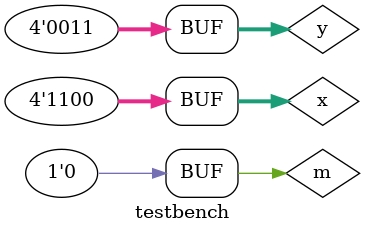
<source format=v>
module DECODER(d0,d1,d2,d3,d4,d5,d6,d7,x,y,z);
input x,y,z;
output d0,d1,d2,d3,d4,d5,d6,d7;
wire x0,y0,z0;
not n1(x0,x);
not n2(y0,y);
not n3(z0,z);
and a0(d0,x0,y0,z0);
and a1(d1,x0,y0,z);
and a2(d2,x0,y,z0);
and a3(d3,x0,y,z);
and a4(d4,x,y0,z0);
and a5(d5,x,y0,z);
and a6(d6,x,y,z0);
and a7(d7,x,y,z);
endmodule

module FADDER(s,c,x,y,z);
    input x,y,z;
    wire d0,d1,d2,d3,d4,d5,d6,d7;
    output s,c;
    DECODER dec(d0,d1,d2,d3,d4,d5,d6,d7,x,y,z);
    assign s= d1 | d2 | d4 | d7,
    c = d3 | d5 | d6 | d7;
endmodule

module addsub(a,b,m,s,v);
    input [3:0] a;
    input [3:0] b;
    input m;
    output v;output [3:0] s;

    wire [3:0] c;
    wire [3:0] b1;
    assign b1[0]=b[0]^m;
    assign b1[1]=b[1]^m;
    assign b1[2]=b[2]^m;
    assign b1[3]=b[3]^m;
    
    
    FADDER f1(s[0],c[0],a[0],b1[0],m);
    FADDER f2(s[1],c[1],a[1],b1[1],c[0]);
    FADDER f3(s[2],c[2],a[2],b1[2],c[1]);
    FADDER f4(s[3],c[3],a[3],b1[3],c[2]);
    xor x1(v,c[3],c[2]);
endmodule

module testbench;
    reg [3:0]x;
    reg [3:0]y;
    reg m;
    wire [3:0]s;
    wire v;
   // FADDER fl(s,c,x,y,z);
   addsub aa(x,y,m,s,v);
    initial
        $monitor(,$time,"   x=%b,  y=%b,   m=%b,   s=%b,   v=%b",x,y,m,s,v);
        initial
        begin
            #0 x=4'b0100;y=4'b0011;m=1'b0;
            #4 x=4'b0100;y=4'b0011;m=1'b1;
            #4 x=4'b0101;y=4'b0011;m=1'b0;
            #4 x=4'b0111;y=4'b0011;m=1'b1;
            #4 x=4'b0100;y=4'b0101;m=1'b0;
            #4 x=4'b1000;y=4'b0011;m=1'b1;
            #4 x=4'b1100;y=4'b0101;m=1'b1;
            #4 x=4'b1100;y=4'b0011;m=1'b0;

            
            end
endmodule
</source>
